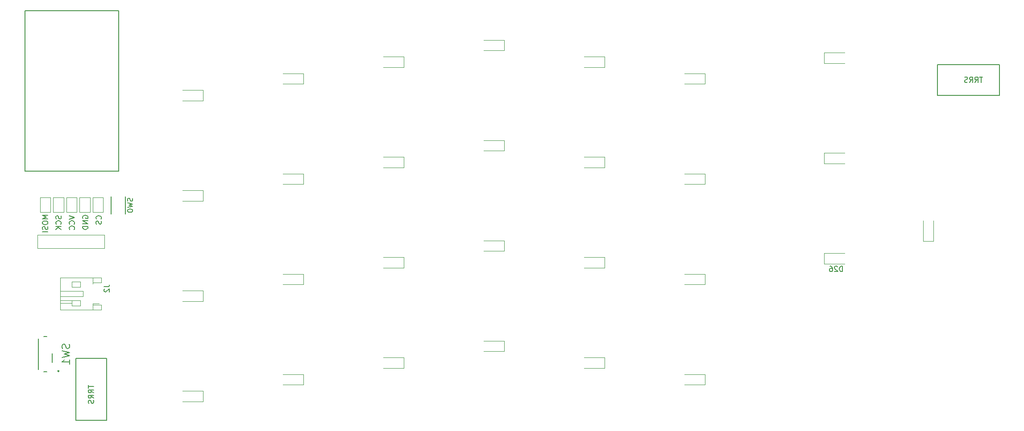
<source format=gbr>
%TF.GenerationSoftware,KiCad,Pcbnew,7.0.7*%
%TF.CreationDate,2023-08-28T12:27:39-04:00*%
%TF.ProjectId,garden,67617264-656e-42e6-9b69-6361645f7063,rev?*%
%TF.SameCoordinates,Original*%
%TF.FileFunction,Legend,Bot*%
%TF.FilePolarity,Positive*%
%FSLAX46Y46*%
G04 Gerber Fmt 4.6, Leading zero omitted, Abs format (unit mm)*
G04 Created by KiCad (PCBNEW 7.0.7) date 2023-08-28 12:27:39*
%MOMM*%
%LPD*%
G01*
G04 APERTURE LIST*
%ADD10C,0.150000*%
%ADD11C,0.120000*%
%ADD12C,0.152400*%
%ADD13C,0.127000*%
%ADD14C,0.250000*%
G04 APERTURE END LIST*
D10*
X47070830Y-94134958D02*
X47118450Y-94087339D01*
X47118450Y-94087339D02*
X47166069Y-93944482D01*
X47166069Y-93944482D02*
X47166069Y-93849244D01*
X47166069Y-93849244D02*
X47118450Y-93706387D01*
X47118450Y-93706387D02*
X47023211Y-93611149D01*
X47023211Y-93611149D02*
X46927973Y-93563530D01*
X46927973Y-93563530D02*
X46737497Y-93515911D01*
X46737497Y-93515911D02*
X46594640Y-93515911D01*
X46594640Y-93515911D02*
X46404164Y-93563530D01*
X46404164Y-93563530D02*
X46308926Y-93611149D01*
X46308926Y-93611149D02*
X46213688Y-93706387D01*
X46213688Y-93706387D02*
X46166069Y-93849244D01*
X46166069Y-93849244D02*
X46166069Y-93944482D01*
X46166069Y-93944482D02*
X46213688Y-94087339D01*
X46213688Y-94087339D02*
X46261307Y-94134958D01*
X47118450Y-94515911D02*
X47166069Y-94658768D01*
X47166069Y-94658768D02*
X47166069Y-94896863D01*
X47166069Y-94896863D02*
X47118450Y-94992101D01*
X47118450Y-94992101D02*
X47070830Y-95039720D01*
X47070830Y-95039720D02*
X46975592Y-95087339D01*
X46975592Y-95087339D02*
X46880354Y-95087339D01*
X46880354Y-95087339D02*
X46785116Y-95039720D01*
X46785116Y-95039720D02*
X46737497Y-94992101D01*
X46737497Y-94992101D02*
X46689878Y-94896863D01*
X46689878Y-94896863D02*
X46642259Y-94706387D01*
X46642259Y-94706387D02*
X46594640Y-94611149D01*
X46594640Y-94611149D02*
X46547021Y-94563530D01*
X46547021Y-94563530D02*
X46451783Y-94515911D01*
X46451783Y-94515911D02*
X46356545Y-94515911D01*
X46356545Y-94515911D02*
X46261307Y-94563530D01*
X46261307Y-94563530D02*
X46213688Y-94611149D01*
X46213688Y-94611149D02*
X46166069Y-94706387D01*
X46166069Y-94706387D02*
X46166069Y-94944482D01*
X46166069Y-94944482D02*
X46213688Y-95087339D01*
X37006069Y-93420864D02*
X36006069Y-93420864D01*
X36006069Y-93420864D02*
X36720354Y-93754197D01*
X36720354Y-93754197D02*
X36006069Y-94087530D01*
X36006069Y-94087530D02*
X37006069Y-94087530D01*
X36006069Y-94754197D02*
X36006069Y-94944673D01*
X36006069Y-94944673D02*
X36053688Y-95039911D01*
X36053688Y-95039911D02*
X36148926Y-95135149D01*
X36148926Y-95135149D02*
X36339402Y-95182768D01*
X36339402Y-95182768D02*
X36672735Y-95182768D01*
X36672735Y-95182768D02*
X36863211Y-95135149D01*
X36863211Y-95135149D02*
X36958450Y-95039911D01*
X36958450Y-95039911D02*
X37006069Y-94944673D01*
X37006069Y-94944673D02*
X37006069Y-94754197D01*
X37006069Y-94754197D02*
X36958450Y-94658959D01*
X36958450Y-94658959D02*
X36863211Y-94563721D01*
X36863211Y-94563721D02*
X36672735Y-94516102D01*
X36672735Y-94516102D02*
X36339402Y-94516102D01*
X36339402Y-94516102D02*
X36148926Y-94563721D01*
X36148926Y-94563721D02*
X36053688Y-94658959D01*
X36053688Y-94658959D02*
X36006069Y-94754197D01*
X36958450Y-95563721D02*
X37006069Y-95706578D01*
X37006069Y-95706578D02*
X37006069Y-95944673D01*
X37006069Y-95944673D02*
X36958450Y-96039911D01*
X36958450Y-96039911D02*
X36910830Y-96087530D01*
X36910830Y-96087530D02*
X36815592Y-96135149D01*
X36815592Y-96135149D02*
X36720354Y-96135149D01*
X36720354Y-96135149D02*
X36625116Y-96087530D01*
X36625116Y-96087530D02*
X36577497Y-96039911D01*
X36577497Y-96039911D02*
X36529878Y-95944673D01*
X36529878Y-95944673D02*
X36482259Y-95754197D01*
X36482259Y-95754197D02*
X36434640Y-95658959D01*
X36434640Y-95658959D02*
X36387021Y-95611340D01*
X36387021Y-95611340D02*
X36291783Y-95563721D01*
X36291783Y-95563721D02*
X36196545Y-95563721D01*
X36196545Y-95563721D02*
X36101307Y-95611340D01*
X36101307Y-95611340D02*
X36053688Y-95658959D01*
X36053688Y-95658959D02*
X36006069Y-95754197D01*
X36006069Y-95754197D02*
X36006069Y-95992292D01*
X36006069Y-95992292D02*
X36053688Y-96135149D01*
X37006069Y-96563721D02*
X36006069Y-96563721D01*
X41086069Y-93531911D02*
X42086069Y-93865244D01*
X42086069Y-93865244D02*
X41086069Y-94198577D01*
X41990830Y-95103339D02*
X42038450Y-95055720D01*
X42038450Y-95055720D02*
X42086069Y-94912863D01*
X42086069Y-94912863D02*
X42086069Y-94817625D01*
X42086069Y-94817625D02*
X42038450Y-94674768D01*
X42038450Y-94674768D02*
X41943211Y-94579530D01*
X41943211Y-94579530D02*
X41847973Y-94531911D01*
X41847973Y-94531911D02*
X41657497Y-94484292D01*
X41657497Y-94484292D02*
X41514640Y-94484292D01*
X41514640Y-94484292D02*
X41324164Y-94531911D01*
X41324164Y-94531911D02*
X41228926Y-94579530D01*
X41228926Y-94579530D02*
X41133688Y-94674768D01*
X41133688Y-94674768D02*
X41086069Y-94817625D01*
X41086069Y-94817625D02*
X41086069Y-94912863D01*
X41086069Y-94912863D02*
X41133688Y-95055720D01*
X41133688Y-95055720D02*
X41181307Y-95103339D01*
X41990830Y-96103339D02*
X42038450Y-96055720D01*
X42038450Y-96055720D02*
X42086069Y-95912863D01*
X42086069Y-95912863D02*
X42086069Y-95817625D01*
X42086069Y-95817625D02*
X42038450Y-95674768D01*
X42038450Y-95674768D02*
X41943211Y-95579530D01*
X41943211Y-95579530D02*
X41847973Y-95531911D01*
X41847973Y-95531911D02*
X41657497Y-95484292D01*
X41657497Y-95484292D02*
X41514640Y-95484292D01*
X41514640Y-95484292D02*
X41324164Y-95531911D01*
X41324164Y-95531911D02*
X41228926Y-95579530D01*
X41228926Y-95579530D02*
X41133688Y-95674768D01*
X41133688Y-95674768D02*
X41086069Y-95817625D01*
X41086069Y-95817625D02*
X41086069Y-95912863D01*
X41086069Y-95912863D02*
X41133688Y-96055720D01*
X41133688Y-96055720D02*
X41181307Y-96103339D01*
X39498450Y-93531911D02*
X39546069Y-93674768D01*
X39546069Y-93674768D02*
X39546069Y-93912863D01*
X39546069Y-93912863D02*
X39498450Y-94008101D01*
X39498450Y-94008101D02*
X39450830Y-94055720D01*
X39450830Y-94055720D02*
X39355592Y-94103339D01*
X39355592Y-94103339D02*
X39260354Y-94103339D01*
X39260354Y-94103339D02*
X39165116Y-94055720D01*
X39165116Y-94055720D02*
X39117497Y-94008101D01*
X39117497Y-94008101D02*
X39069878Y-93912863D01*
X39069878Y-93912863D02*
X39022259Y-93722387D01*
X39022259Y-93722387D02*
X38974640Y-93627149D01*
X38974640Y-93627149D02*
X38927021Y-93579530D01*
X38927021Y-93579530D02*
X38831783Y-93531911D01*
X38831783Y-93531911D02*
X38736545Y-93531911D01*
X38736545Y-93531911D02*
X38641307Y-93579530D01*
X38641307Y-93579530D02*
X38593688Y-93627149D01*
X38593688Y-93627149D02*
X38546069Y-93722387D01*
X38546069Y-93722387D02*
X38546069Y-93960482D01*
X38546069Y-93960482D02*
X38593688Y-94103339D01*
X39450830Y-95103339D02*
X39498450Y-95055720D01*
X39498450Y-95055720D02*
X39546069Y-94912863D01*
X39546069Y-94912863D02*
X39546069Y-94817625D01*
X39546069Y-94817625D02*
X39498450Y-94674768D01*
X39498450Y-94674768D02*
X39403211Y-94579530D01*
X39403211Y-94579530D02*
X39307973Y-94531911D01*
X39307973Y-94531911D02*
X39117497Y-94484292D01*
X39117497Y-94484292D02*
X38974640Y-94484292D01*
X38974640Y-94484292D02*
X38784164Y-94531911D01*
X38784164Y-94531911D02*
X38688926Y-94579530D01*
X38688926Y-94579530D02*
X38593688Y-94674768D01*
X38593688Y-94674768D02*
X38546069Y-94817625D01*
X38546069Y-94817625D02*
X38546069Y-94912863D01*
X38546069Y-94912863D02*
X38593688Y-95055720D01*
X38593688Y-95055720D02*
X38641307Y-95103339D01*
X39546069Y-95531911D02*
X38546069Y-95531911D01*
X39546069Y-96103339D02*
X38974640Y-95674768D01*
X38546069Y-96103339D02*
X39117497Y-95531911D01*
X43673688Y-94008101D02*
X43626069Y-93912863D01*
X43626069Y-93912863D02*
X43626069Y-93770006D01*
X43626069Y-93770006D02*
X43673688Y-93627149D01*
X43673688Y-93627149D02*
X43768926Y-93531911D01*
X43768926Y-93531911D02*
X43864164Y-93484292D01*
X43864164Y-93484292D02*
X44054640Y-93436673D01*
X44054640Y-93436673D02*
X44197497Y-93436673D01*
X44197497Y-93436673D02*
X44387973Y-93484292D01*
X44387973Y-93484292D02*
X44483211Y-93531911D01*
X44483211Y-93531911D02*
X44578450Y-93627149D01*
X44578450Y-93627149D02*
X44626069Y-93770006D01*
X44626069Y-93770006D02*
X44626069Y-93865244D01*
X44626069Y-93865244D02*
X44578450Y-94008101D01*
X44578450Y-94008101D02*
X44530830Y-94055720D01*
X44530830Y-94055720D02*
X44197497Y-94055720D01*
X44197497Y-94055720D02*
X44197497Y-93865244D01*
X44626069Y-94484292D02*
X43626069Y-94484292D01*
X43626069Y-94484292D02*
X44626069Y-95055720D01*
X44626069Y-95055720D02*
X43626069Y-95055720D01*
X44626069Y-95531911D02*
X43626069Y-95531911D01*
X43626069Y-95531911D02*
X43626069Y-95770006D01*
X43626069Y-95770006D02*
X43673688Y-95912863D01*
X43673688Y-95912863D02*
X43768926Y-96008101D01*
X43768926Y-96008101D02*
X43864164Y-96055720D01*
X43864164Y-96055720D02*
X44054640Y-96103339D01*
X44054640Y-96103339D02*
X44197497Y-96103339D01*
X44197497Y-96103339D02*
X44387973Y-96055720D01*
X44387973Y-96055720D02*
X44483211Y-96008101D01*
X44483211Y-96008101D02*
X44578450Y-95912863D01*
X44578450Y-95912863D02*
X44626069Y-95770006D01*
X44626069Y-95770006D02*
X44626069Y-95531911D01*
X214394029Y-67167840D02*
X213822601Y-67167840D01*
X214108315Y-68167840D02*
X214108315Y-67167840D01*
X212917839Y-68167840D02*
X213251172Y-67691649D01*
X213489267Y-68167840D02*
X213489267Y-67167840D01*
X213489267Y-67167840D02*
X213108315Y-67167840D01*
X213108315Y-67167840D02*
X213013077Y-67215459D01*
X213013077Y-67215459D02*
X212965458Y-67263078D01*
X212965458Y-67263078D02*
X212917839Y-67358316D01*
X212917839Y-67358316D02*
X212917839Y-67501173D01*
X212917839Y-67501173D02*
X212965458Y-67596411D01*
X212965458Y-67596411D02*
X213013077Y-67644030D01*
X213013077Y-67644030D02*
X213108315Y-67691649D01*
X213108315Y-67691649D02*
X213489267Y-67691649D01*
X211917839Y-68167840D02*
X212251172Y-67691649D01*
X212489267Y-68167840D02*
X212489267Y-67167840D01*
X212489267Y-67167840D02*
X212108315Y-67167840D01*
X212108315Y-67167840D02*
X212013077Y-67215459D01*
X212013077Y-67215459D02*
X211965458Y-67263078D01*
X211965458Y-67263078D02*
X211917839Y-67358316D01*
X211917839Y-67358316D02*
X211917839Y-67501173D01*
X211917839Y-67501173D02*
X211965458Y-67596411D01*
X211965458Y-67596411D02*
X212013077Y-67644030D01*
X212013077Y-67644030D02*
X212108315Y-67691649D01*
X212108315Y-67691649D02*
X212489267Y-67691649D01*
X211536886Y-68120221D02*
X211394029Y-68167840D01*
X211394029Y-68167840D02*
X211155934Y-68167840D01*
X211155934Y-68167840D02*
X211060696Y-68120221D01*
X211060696Y-68120221D02*
X211013077Y-68072601D01*
X211013077Y-68072601D02*
X210965458Y-67977363D01*
X210965458Y-67977363D02*
X210965458Y-67882125D01*
X210965458Y-67882125D02*
X211013077Y-67786887D01*
X211013077Y-67786887D02*
X211060696Y-67739268D01*
X211060696Y-67739268D02*
X211155934Y-67691649D01*
X211155934Y-67691649D02*
X211346410Y-67644030D01*
X211346410Y-67644030D02*
X211441648Y-67596411D01*
X211441648Y-67596411D02*
X211489267Y-67548792D01*
X211489267Y-67548792D02*
X211536886Y-67453554D01*
X211536886Y-67453554D02*
X211536886Y-67358316D01*
X211536886Y-67358316D02*
X211489267Y-67263078D01*
X211489267Y-67263078D02*
X211441648Y-67215459D01*
X211441648Y-67215459D02*
X211346410Y-67167840D01*
X211346410Y-67167840D02*
X211108315Y-67167840D01*
X211108315Y-67167840D02*
X210965458Y-67215459D01*
X53070450Y-90173969D02*
X53118069Y-90316826D01*
X53118069Y-90316826D02*
X53118069Y-90554921D01*
X53118069Y-90554921D02*
X53070450Y-90650159D01*
X53070450Y-90650159D02*
X53022830Y-90697778D01*
X53022830Y-90697778D02*
X52927592Y-90745397D01*
X52927592Y-90745397D02*
X52832354Y-90745397D01*
X52832354Y-90745397D02*
X52737116Y-90697778D01*
X52737116Y-90697778D02*
X52689497Y-90650159D01*
X52689497Y-90650159D02*
X52641878Y-90554921D01*
X52641878Y-90554921D02*
X52594259Y-90364445D01*
X52594259Y-90364445D02*
X52546640Y-90269207D01*
X52546640Y-90269207D02*
X52499021Y-90221588D01*
X52499021Y-90221588D02*
X52403783Y-90173969D01*
X52403783Y-90173969D02*
X52308545Y-90173969D01*
X52308545Y-90173969D02*
X52213307Y-90221588D01*
X52213307Y-90221588D02*
X52165688Y-90269207D01*
X52165688Y-90269207D02*
X52118069Y-90364445D01*
X52118069Y-90364445D02*
X52118069Y-90602540D01*
X52118069Y-90602540D02*
X52165688Y-90745397D01*
X52118069Y-91078731D02*
X53118069Y-91316826D01*
X53118069Y-91316826D02*
X52403783Y-91507302D01*
X52403783Y-91507302D02*
X53118069Y-91697778D01*
X53118069Y-91697778D02*
X52118069Y-91935874D01*
X52118069Y-92507302D02*
X52118069Y-92602540D01*
X52118069Y-92602540D02*
X52165688Y-92697778D01*
X52165688Y-92697778D02*
X52213307Y-92745397D01*
X52213307Y-92745397D02*
X52308545Y-92793016D01*
X52308545Y-92793016D02*
X52499021Y-92840635D01*
X52499021Y-92840635D02*
X52737116Y-92840635D01*
X52737116Y-92840635D02*
X52927592Y-92793016D01*
X52927592Y-92793016D02*
X53022830Y-92745397D01*
X53022830Y-92745397D02*
X53070450Y-92697778D01*
X53070450Y-92697778D02*
X53118069Y-92602540D01*
X53118069Y-92602540D02*
X53118069Y-92507302D01*
X53118069Y-92507302D02*
X53070450Y-92412064D01*
X53070450Y-92412064D02*
X53022830Y-92364445D01*
X53022830Y-92364445D02*
X52927592Y-92316826D01*
X52927592Y-92316826D02*
X52737116Y-92269207D01*
X52737116Y-92269207D02*
X52499021Y-92269207D01*
X52499021Y-92269207D02*
X52308545Y-92316826D01*
X52308545Y-92316826D02*
X52213307Y-92364445D01*
X52213307Y-92364445D02*
X52165688Y-92412064D01*
X52165688Y-92412064D02*
X52118069Y-92507302D01*
X47701819Y-106983416D02*
X48416104Y-106983416D01*
X48416104Y-106983416D02*
X48558961Y-106935797D01*
X48558961Y-106935797D02*
X48654200Y-106840559D01*
X48654200Y-106840559D02*
X48701819Y-106697702D01*
X48701819Y-106697702D02*
X48701819Y-106602464D01*
X47797057Y-107411988D02*
X47749438Y-107459607D01*
X47749438Y-107459607D02*
X47701819Y-107554845D01*
X47701819Y-107554845D02*
X47701819Y-107792940D01*
X47701819Y-107792940D02*
X47749438Y-107888178D01*
X47749438Y-107888178D02*
X47797057Y-107935797D01*
X47797057Y-107935797D02*
X47892295Y-107983416D01*
X47892295Y-107983416D02*
X47987533Y-107983416D01*
X47987533Y-107983416D02*
X48130390Y-107935797D01*
X48130390Y-107935797D02*
X48701819Y-107364369D01*
X48701819Y-107364369D02*
X48701819Y-107983416D01*
X41044200Y-117931262D02*
X41110866Y-118131262D01*
X41110866Y-118131262D02*
X41110866Y-118464596D01*
X41110866Y-118464596D02*
X41044200Y-118597929D01*
X41044200Y-118597929D02*
X40977533Y-118664596D01*
X40977533Y-118664596D02*
X40844200Y-118731262D01*
X40844200Y-118731262D02*
X40710866Y-118731262D01*
X40710866Y-118731262D02*
X40577533Y-118664596D01*
X40577533Y-118664596D02*
X40510866Y-118597929D01*
X40510866Y-118597929D02*
X40444200Y-118464596D01*
X40444200Y-118464596D02*
X40377533Y-118197929D01*
X40377533Y-118197929D02*
X40310866Y-118064596D01*
X40310866Y-118064596D02*
X40244200Y-117997929D01*
X40244200Y-117997929D02*
X40110866Y-117931262D01*
X40110866Y-117931262D02*
X39977533Y-117931262D01*
X39977533Y-117931262D02*
X39844200Y-117997929D01*
X39844200Y-117997929D02*
X39777533Y-118064596D01*
X39777533Y-118064596D02*
X39710866Y-118197929D01*
X39710866Y-118197929D02*
X39710866Y-118531262D01*
X39710866Y-118531262D02*
X39777533Y-118731262D01*
X39710866Y-119197929D02*
X41110866Y-119531262D01*
X41110866Y-119531262D02*
X40110866Y-119797929D01*
X40110866Y-119797929D02*
X41110866Y-120064595D01*
X41110866Y-120064595D02*
X39710866Y-120397929D01*
X41110866Y-121664595D02*
X41110866Y-120864595D01*
X41110866Y-121264595D02*
X39710866Y-121264595D01*
X39710866Y-121264595D02*
X39910866Y-121131262D01*
X39910866Y-121131262D02*
X40044200Y-120997929D01*
X40044200Y-120997929D02*
X40110866Y-120864595D01*
X44698569Y-125689345D02*
X44698569Y-126260773D01*
X45698569Y-125975059D02*
X44698569Y-125975059D01*
X45698569Y-127165535D02*
X45222378Y-126832202D01*
X45698569Y-126594107D02*
X44698569Y-126594107D01*
X44698569Y-126594107D02*
X44698569Y-126975059D01*
X44698569Y-126975059D02*
X44746188Y-127070297D01*
X44746188Y-127070297D02*
X44793807Y-127117916D01*
X44793807Y-127117916D02*
X44889045Y-127165535D01*
X44889045Y-127165535D02*
X45031902Y-127165535D01*
X45031902Y-127165535D02*
X45127140Y-127117916D01*
X45127140Y-127117916D02*
X45174759Y-127070297D01*
X45174759Y-127070297D02*
X45222378Y-126975059D01*
X45222378Y-126975059D02*
X45222378Y-126594107D01*
X45698569Y-128165535D02*
X45222378Y-127832202D01*
X45698569Y-127594107D02*
X44698569Y-127594107D01*
X44698569Y-127594107D02*
X44698569Y-127975059D01*
X44698569Y-127975059D02*
X44746188Y-128070297D01*
X44746188Y-128070297D02*
X44793807Y-128117916D01*
X44793807Y-128117916D02*
X44889045Y-128165535D01*
X44889045Y-128165535D02*
X45031902Y-128165535D01*
X45031902Y-128165535D02*
X45127140Y-128117916D01*
X45127140Y-128117916D02*
X45174759Y-128070297D01*
X45174759Y-128070297D02*
X45222378Y-127975059D01*
X45222378Y-127975059D02*
X45222378Y-127594107D01*
X45650950Y-128546488D02*
X45698569Y-128689345D01*
X45698569Y-128689345D02*
X45698569Y-128927440D01*
X45698569Y-128927440D02*
X45650950Y-129022678D01*
X45650950Y-129022678D02*
X45603330Y-129070297D01*
X45603330Y-129070297D02*
X45508092Y-129117916D01*
X45508092Y-129117916D02*
X45412854Y-129117916D01*
X45412854Y-129117916D02*
X45317616Y-129070297D01*
X45317616Y-129070297D02*
X45269997Y-129022678D01*
X45269997Y-129022678D02*
X45222378Y-128927440D01*
X45222378Y-128927440D02*
X45174759Y-128736964D01*
X45174759Y-128736964D02*
X45127140Y-128641726D01*
X45127140Y-128641726D02*
X45079521Y-128594107D01*
X45079521Y-128594107D02*
X44984283Y-128546488D01*
X44984283Y-128546488D02*
X44889045Y-128546488D01*
X44889045Y-128546488D02*
X44793807Y-128594107D01*
X44793807Y-128594107D02*
X44746188Y-128641726D01*
X44746188Y-128641726D02*
X44698569Y-128736964D01*
X44698569Y-128736964D02*
X44698569Y-128975059D01*
X44698569Y-128975059D02*
X44746188Y-129117916D01*
X187808035Y-104118323D02*
X187808035Y-103118323D01*
X187808035Y-103118323D02*
X187569940Y-103118323D01*
X187569940Y-103118323D02*
X187427083Y-103165942D01*
X187427083Y-103165942D02*
X187331845Y-103261180D01*
X187331845Y-103261180D02*
X187284226Y-103356418D01*
X187284226Y-103356418D02*
X187236607Y-103546894D01*
X187236607Y-103546894D02*
X187236607Y-103689751D01*
X187236607Y-103689751D02*
X187284226Y-103880227D01*
X187284226Y-103880227D02*
X187331845Y-103975465D01*
X187331845Y-103975465D02*
X187427083Y-104070704D01*
X187427083Y-104070704D02*
X187569940Y-104118323D01*
X187569940Y-104118323D02*
X187808035Y-104118323D01*
X186855654Y-103213561D02*
X186808035Y-103165942D01*
X186808035Y-103165942D02*
X186712797Y-103118323D01*
X186712797Y-103118323D02*
X186474702Y-103118323D01*
X186474702Y-103118323D02*
X186379464Y-103165942D01*
X186379464Y-103165942D02*
X186331845Y-103213561D01*
X186331845Y-103213561D02*
X186284226Y-103308799D01*
X186284226Y-103308799D02*
X186284226Y-103404037D01*
X186284226Y-103404037D02*
X186331845Y-103546894D01*
X186331845Y-103546894D02*
X186903273Y-104118323D01*
X186903273Y-104118323D02*
X186284226Y-104118323D01*
X185427083Y-103118323D02*
X185617559Y-103118323D01*
X185617559Y-103118323D02*
X185712797Y-103165942D01*
X185712797Y-103165942D02*
X185760416Y-103213561D01*
X185760416Y-103213561D02*
X185855654Y-103356418D01*
X185855654Y-103356418D02*
X185903273Y-103546894D01*
X185903273Y-103546894D02*
X185903273Y-103927846D01*
X185903273Y-103927846D02*
X185855654Y-104023084D01*
X185855654Y-104023084D02*
X185808035Y-104070704D01*
X185808035Y-104070704D02*
X185712797Y-104118323D01*
X185712797Y-104118323D02*
X185522321Y-104118323D01*
X185522321Y-104118323D02*
X185427083Y-104070704D01*
X185427083Y-104070704D02*
X185379464Y-104023084D01*
X185379464Y-104023084D02*
X185331845Y-103927846D01*
X185331845Y-103927846D02*
X185331845Y-103689751D01*
X185331845Y-103689751D02*
X185379464Y-103594513D01*
X185379464Y-103594513D02*
X185427083Y-103546894D01*
X185427083Y-103546894D02*
X185522321Y-103499275D01*
X185522321Y-103499275D02*
X185712797Y-103499275D01*
X185712797Y-103499275D02*
X185808035Y-103546894D01*
X185808035Y-103546894D02*
X185855654Y-103594513D01*
X185855654Y-103594513D02*
X185903273Y-103689751D01*
D11*
%TO.C,D28*%
X184343750Y-64563504D02*
X188243750Y-64563504D01*
X184343750Y-64563504D02*
X184343750Y-62563504D01*
X184343750Y-62563504D02*
X188243750Y-62563504D01*
%TO.C,D3*%
X66481250Y-107743750D02*
X62581250Y-107743750D01*
X66481250Y-107743750D02*
X66481250Y-109743750D01*
X66481250Y-109743750D02*
X62581250Y-109743750D01*
%TO.C,D27*%
X184343750Y-83613504D02*
X188243750Y-83613504D01*
X184343750Y-83613504D02*
X184343750Y-81613504D01*
X184343750Y-81613504D02*
X188243750Y-81613504D01*
%TO.C,D13*%
X123631250Y-60118750D02*
X119731250Y-60118750D01*
X123631250Y-60118750D02*
X123631250Y-62118750D01*
X123631250Y-62118750D02*
X119731250Y-62118750D01*
%TO.C,D6*%
X85531250Y-85518750D02*
X81631250Y-85518750D01*
X85531250Y-85518750D02*
X85531250Y-87518750D01*
X85531250Y-87518750D02*
X81631250Y-87518750D01*
%TO.C,D17*%
X142681250Y-63293750D02*
X138781250Y-63293750D01*
X142681250Y-63293750D02*
X142681250Y-65293750D01*
X142681250Y-65293750D02*
X138781250Y-65293750D01*
%TO.C,D14*%
X123631250Y-79168750D02*
X119731250Y-79168750D01*
X123631250Y-79168750D02*
X123631250Y-81168750D01*
X123631250Y-81168750D02*
X119731250Y-81168750D01*
%TO.C,D24*%
X161731250Y-123618750D02*
X157831250Y-123618750D01*
X161731250Y-123618750D02*
X161731250Y-125618750D01*
X161731250Y-125618750D02*
X157831250Y-125618750D01*
%TO.C,D7*%
X85531250Y-104568750D02*
X81631250Y-104568750D01*
X85531250Y-104568750D02*
X85531250Y-106568750D01*
X85531250Y-106568750D02*
X81631250Y-106568750D01*
%TO.C,D1*%
X66481250Y-69643750D02*
X62581250Y-69643750D01*
X66481250Y-69643750D02*
X66481250Y-71643750D01*
X66481250Y-71643750D02*
X62581250Y-71643750D01*
%TO.C,D19*%
X142681250Y-101393750D02*
X138781250Y-101393750D01*
X142681250Y-101393750D02*
X142681250Y-103393750D01*
X142681250Y-103393750D02*
X138781250Y-103393750D01*
%TO.C,D20*%
X142681250Y-120443750D02*
X138781250Y-120443750D01*
X142681250Y-120443750D02*
X142681250Y-122443750D01*
X142681250Y-122443750D02*
X138781250Y-122443750D01*
%TO.C,D11*%
X104581250Y-101393750D02*
X100681250Y-101393750D01*
X104581250Y-101393750D02*
X104581250Y-103393750D01*
X104581250Y-103393750D02*
X100681250Y-103393750D01*
%TO.C,D23*%
X161731250Y-104568750D02*
X157831250Y-104568750D01*
X161731250Y-104568750D02*
X161731250Y-106568750D01*
X161731250Y-106568750D02*
X157831250Y-106568750D01*
%TO.C,D15*%
X123631250Y-98218750D02*
X119731250Y-98218750D01*
X123631250Y-98218750D02*
X123631250Y-100218750D01*
X123631250Y-100218750D02*
X119731250Y-100218750D01*
%TO.C,D10*%
X104581250Y-82343750D02*
X100681250Y-82343750D01*
X104581250Y-82343750D02*
X104581250Y-84343750D01*
X104581250Y-84343750D02*
X100681250Y-84343750D01*
%TO.C,D16*%
X123631250Y-117268750D02*
X119731250Y-117268750D01*
X123631250Y-117268750D02*
X123631250Y-119268750D01*
X123631250Y-119268750D02*
X119731250Y-119268750D01*
%TO.C,J1*%
X47531250Y-92840500D02*
X47531250Y-90040500D01*
X47531250Y-90040500D02*
X45531250Y-90040500D01*
X45531250Y-92840500D02*
X47531250Y-92840500D01*
X45531250Y-90040500D02*
X45531250Y-92840500D01*
X45031250Y-92840500D02*
X45031250Y-90040500D01*
X45031250Y-90040500D02*
X43031250Y-90040500D01*
X43031250Y-92840500D02*
X45031250Y-92840500D01*
X43031250Y-90040500D02*
X43031250Y-92840500D01*
X42531250Y-92840500D02*
X42531250Y-90040500D01*
X42531250Y-90040500D02*
X40531250Y-90040500D01*
X40531250Y-92840500D02*
X42531250Y-92840500D01*
X40531250Y-90040500D02*
X40531250Y-92840500D01*
X40031250Y-92840500D02*
X40031250Y-90040500D01*
X40031250Y-90040500D02*
X38031250Y-90040500D01*
X38031250Y-92840500D02*
X40031250Y-92840500D01*
X38031250Y-90040500D02*
X38031250Y-92840500D01*
X37531250Y-92840500D02*
X37531250Y-90040500D01*
X37531250Y-90040500D02*
X35531250Y-90040500D01*
X35531250Y-92840500D02*
X37531250Y-92840500D01*
X35531250Y-90040500D02*
X35531250Y-92840500D01*
%TO.C,D4*%
X66481250Y-126793750D02*
X62581250Y-126793750D01*
X66481250Y-126793750D02*
X66481250Y-128793750D01*
X66481250Y-128793750D02*
X62581250Y-128793750D01*
%TO.C,D22*%
X161731250Y-85518750D02*
X157831250Y-85518750D01*
X161731250Y-85518750D02*
X161731250Y-87518750D01*
X161731250Y-87518750D02*
X157831250Y-87518750D01*
D10*
%TO.C,U3*%
X217562125Y-64813021D02*
X205812125Y-64813021D01*
X205812125Y-64813021D02*
X205812125Y-70613021D01*
X217562125Y-70613021D02*
X217562125Y-64813021D01*
X205812125Y-70613021D02*
X217562125Y-70613021D01*
D11*
%TO.C,D9*%
X104581250Y-63293750D02*
X100681250Y-63293750D01*
X104581250Y-63293750D02*
X104581250Y-65293750D01*
X104581250Y-65293750D02*
X100681250Y-65293750D01*
%TO.C,D8*%
X85531250Y-123618750D02*
X81631250Y-123618750D01*
X85531250Y-123618750D02*
X85531250Y-125618750D01*
X85531250Y-125618750D02*
X81631250Y-125618750D01*
%TO.C,D5*%
X85531250Y-66468750D02*
X81631250Y-66468750D01*
X85531250Y-66468750D02*
X85531250Y-68468750D01*
X85531250Y-68468750D02*
X81631250Y-68468750D01*
%TO.C,D2*%
X66481250Y-88693750D02*
X62581250Y-88693750D01*
X66481250Y-88693750D02*
X66481250Y-90693750D01*
X66481250Y-90693750D02*
X62581250Y-90693750D01*
%TO.C,D25*%
X205076729Y-98377729D02*
X205076729Y-94477729D01*
X205076729Y-98377729D02*
X203076729Y-98377729D01*
X203076729Y-98377729D02*
X203076729Y-94477729D01*
%TO.C,D21*%
X161731250Y-66468750D02*
X157831250Y-66468750D01*
X161731250Y-66468750D02*
X161731250Y-68468750D01*
X161731250Y-68468750D02*
X157831250Y-68468750D01*
D12*
%TO.C,SW0*%
X51748850Y-89881702D02*
X51748850Y-93132902D01*
X49005650Y-93132902D02*
X49005650Y-89881702D01*
D11*
%TO.C,D12*%
X104581250Y-120443750D02*
X100681250Y-120443750D01*
X104581250Y-120443750D02*
X104581250Y-122443750D01*
X104581250Y-122443750D02*
X100681250Y-122443750D01*
%TO.C,D18*%
X142681250Y-82343750D02*
X138781250Y-82343750D01*
X142681250Y-82343750D02*
X142681250Y-84343750D01*
X142681250Y-84343750D02*
X138781250Y-84343750D01*
%TO.C,J2*%
X39337000Y-111376750D02*
X39337000Y-105256750D01*
X45557000Y-111376750D02*
X45557000Y-110456750D01*
X47157000Y-111376750D02*
X39337000Y-111376750D01*
X41597000Y-110616750D02*
X41597000Y-109616750D01*
X43197000Y-110616750D02*
X41597000Y-110616750D01*
X45557000Y-110456750D02*
X47157000Y-110456750D01*
X47157000Y-110456750D02*
X47157000Y-111376750D01*
X45557000Y-110176750D02*
X45557000Y-110456750D01*
X45557000Y-110176750D02*
X46772000Y-110176750D01*
X41597000Y-110116750D02*
X39337000Y-110116750D01*
X41597000Y-109616750D02*
X39337000Y-109616750D01*
X41597000Y-109616750D02*
X43197000Y-109616750D01*
X43197000Y-109616750D02*
X43197000Y-110616750D01*
X39337000Y-108816750D02*
X43697000Y-108816750D01*
X43697000Y-108816750D02*
X43697000Y-107816750D01*
X43697000Y-107816750D02*
X39337000Y-107816750D01*
X41597000Y-107016750D02*
X43197000Y-107016750D01*
X43197000Y-107016750D02*
X43197000Y-106016750D01*
X45557000Y-106176750D02*
X45557000Y-106456750D01*
X47157000Y-106176750D02*
X45557000Y-106176750D01*
X41597000Y-106016750D02*
X41597000Y-107016750D01*
X43197000Y-106016750D02*
X41597000Y-106016750D01*
X39337000Y-105256750D02*
X47157000Y-105256750D01*
X45557000Y-105256750D02*
X45557000Y-106176750D01*
X47157000Y-105256750D02*
X47157000Y-106176750D01*
D10*
%TO.C,U1*%
X50421250Y-54551679D02*
X32641250Y-54551679D01*
X50421250Y-54551679D02*
X50421250Y-85031679D01*
X32641250Y-54551679D02*
X32641250Y-85031679D01*
X32641250Y-85031679D02*
X50421250Y-85031679D01*
D13*
%TO.C,SW1*%
X36221000Y-123147929D02*
X36821000Y-123147929D01*
X35221000Y-122697929D02*
X35221000Y-116897929D01*
X37821000Y-121397929D02*
X37821000Y-119697929D01*
X36821000Y-116447929D02*
X36221000Y-116447929D01*
D14*
X39121000Y-122997929D02*
G75*
G03*
X39121000Y-122997929I-100000J0D01*
G01*
D11*
%TO.C,Display1*%
X35021250Y-99725000D02*
X47721250Y-99725000D01*
X47721250Y-99725000D02*
X47721250Y-97125000D01*
X47721250Y-97125000D02*
X35021250Y-97125000D01*
X35021250Y-97125000D02*
X35021250Y-99725000D01*
D10*
%TO.C,U2*%
X42343750Y-120631250D02*
X42343750Y-132381250D01*
X42343750Y-132381250D02*
X48143750Y-132381250D01*
X48143750Y-120631250D02*
X42343750Y-120631250D01*
X48143750Y-132381250D02*
X48143750Y-120631250D01*
D11*
%TO.C,D26*%
X184343750Y-100663504D02*
X188243750Y-100663504D01*
X184343750Y-102663504D02*
X184343750Y-100663504D01*
X184343750Y-102663504D02*
X188243750Y-102663504D01*
%TD*%
M02*

</source>
